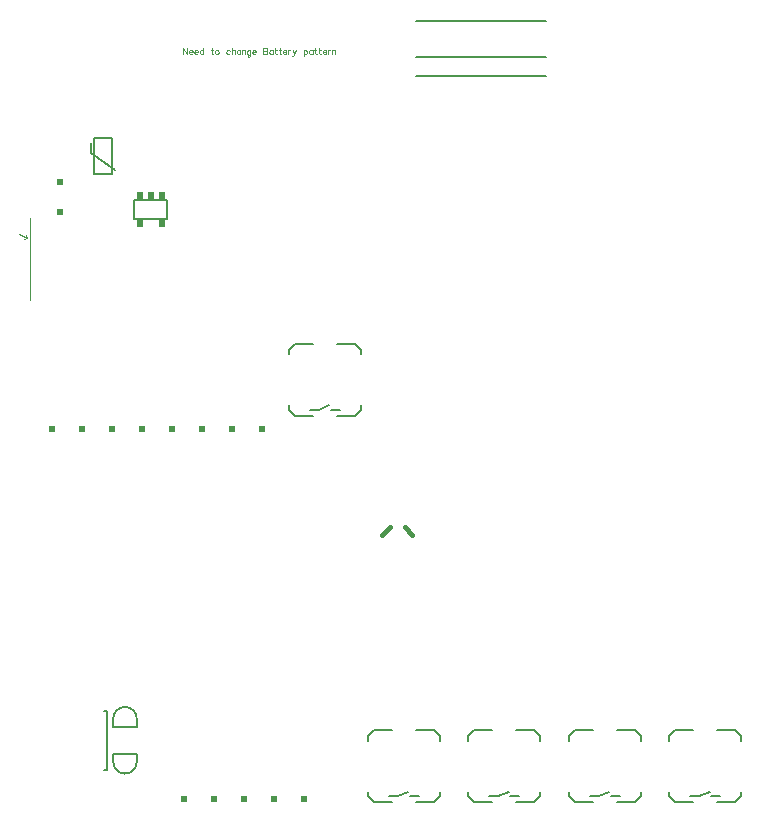
<source format=gbr>
%TF.GenerationSoftware,Novarm,DipTrace,3.2.0.1*%
%TF.CreationDate,2017-11-17T22:28:02-08:00*%
%FSLAX26Y26*%
%MOIN*%
%TF.FileFunction,Drawing,Top*%
%TF.Part,Single*%
%ADD18C,0.006*%
%ADD19C,0.008*%
%ADD26C,0.005*%
%ADD27C,0.00315*%
%ADD29C,0.000013*%
%ADD32C,0.016*%
%ADD97C,0.003088*%
G75*
G01*
%LPD*%
X608223Y2571319D2*
D26*
Y2689418D1*
X667279D1*
Y2571319D1*
X608223D1*
X677751Y2585367D2*
X597751Y2640362D1*
Y2675370D1*
X356106Y2370726D2*
D27*
X383658Y2358903D1*
X379722Y2366770D1*
X383658Y2358903D2*
X375786Y2354992D1*
X395467Y2425841D2*
D29*
Y2150268D1*
G36*
X484000Y2554000D2*
X504020D1*
Y2534020D1*
X484000D1*
Y2554000D1*
G37*
G36*
Y2454000D2*
X504020D1*
Y2434020D1*
X484000D1*
Y2454000D1*
G37*
G36*
X1079000Y1730249D2*
X1059000D1*
Y1710229D1*
X1079000D1*
Y1730249D1*
G37*
G36*
X979000D2*
X959000D1*
Y1710229D1*
X979000D1*
Y1730249D1*
G37*
G36*
X879000D2*
X859000D1*
Y1710229D1*
X879000D1*
Y1730249D1*
G37*
G36*
X779000D2*
X759000D1*
Y1710229D1*
X779000D1*
Y1730249D1*
G37*
G36*
X679000D2*
X659000D1*
Y1710229D1*
X679000D1*
Y1730249D1*
G37*
G36*
X579000D2*
X559000D1*
Y1710229D1*
X579000D1*
Y1730249D1*
G37*
G36*
X479000D2*
X459000D1*
Y1710229D1*
X479000D1*
Y1730249D1*
G37*
G36*
X1179000D2*
X1159000D1*
Y1710229D1*
X1179000D1*
Y1730249D1*
G37*
X1681645Y2896419D2*
D19*
X2114708D1*
Y2959419D2*
X1681645D1*
X2114708Y3081450D2*
X1681645D1*
X1644004Y1394007D2*
D32*
X1668993Y1368983D1*
X1593996Y1394007D2*
X1569007Y1368983D1*
X1336757Y2004488D2*
D19*
X1276756D1*
X1256747Y1984490D1*
X1496752D2*
X1476743Y2004488D1*
X1416742D1*
X1256747Y1784510D2*
X1276756Y1764512D1*
X1336757D1*
X1496752Y1784510D2*
X1476743Y1764512D1*
X1416742D1*
X1496752Y1984490D2*
Y1969508D1*
Y1784510D2*
Y1799492D1*
X1256747Y1784510D2*
Y1799492D1*
Y1984490D2*
Y1969508D1*
X1326753Y1784510D2*
X1356741D1*
X1396758D2*
X1426746D1*
X1356741D2*
X1391743Y1799492D1*
X1599257Y716988D2*
X1539256D1*
X1519247Y696990D1*
X1759252D2*
X1739243Y716988D1*
X1679242D1*
X1519247Y497010D2*
X1539256Y477012D1*
X1599257D1*
X1759252Y497010D2*
X1739243Y477012D1*
X1679242D1*
X1759252Y696990D2*
Y682008D1*
Y497010D2*
Y511992D1*
X1519247Y497010D2*
Y511992D1*
Y696990D2*
Y682008D1*
X1589253Y497010D2*
X1619241D1*
X1659258D2*
X1689246D1*
X1619241D2*
X1654243Y511992D1*
X1934674Y716988D2*
X1874673D1*
X1854664Y696990D1*
X2094669D2*
X2074660Y716988D1*
X2014659D1*
X1854664Y497010D2*
X1874673Y477012D1*
X1934674D1*
X2094669Y497010D2*
X2074660Y477012D1*
X2014659D1*
X2094669Y696990D2*
Y682008D1*
Y497010D2*
Y511992D1*
X1854664Y497010D2*
Y511992D1*
Y696990D2*
Y682008D1*
X1924670Y497010D2*
X1954658D1*
X1994675D2*
X2024663D1*
X1954658D2*
X1989661Y511992D1*
X2270090Y716988D2*
X2210089D1*
X2190080Y696990D1*
X2430085D2*
X2410076Y716988D1*
X2350075D1*
X2190080Y497010D2*
X2210089Y477012D1*
X2270090D1*
X2430085Y497010D2*
X2410076Y477012D1*
X2350075D1*
X2430085Y696990D2*
Y682008D1*
Y497010D2*
Y511992D1*
X2190080Y497010D2*
Y511992D1*
Y696990D2*
Y682008D1*
X2260086Y497010D2*
X2290074D1*
X2330091D2*
X2360079D1*
X2290074D2*
X2325077Y511992D1*
X2605508Y716988D2*
X2545506D1*
X2525498Y696990D1*
X2765502D2*
X2745494Y716988D1*
X2685492D1*
X2525498Y497010D2*
X2545506Y477012D1*
X2605508D1*
X2765502Y497010D2*
X2745494Y477012D1*
X2685492D1*
X2765502Y696990D2*
Y682008D1*
Y497010D2*
Y511992D1*
X2525498Y497010D2*
Y511992D1*
Y696990D2*
Y682008D1*
X2595503Y497010D2*
X2625491D1*
X2665509D2*
X2695497D1*
X2625491D2*
X2660494Y511992D1*
G36*
X824779Y2485659D2*
X844441D1*
Y2511258D1*
X824779D1*
Y2485659D1*
G37*
G36*
X787376D2*
X807050D1*
Y2511258D1*
X787376D1*
Y2485659D1*
G37*
G36*
X749985D2*
X769647D1*
Y2511258D1*
X749985D1*
Y2485659D1*
G37*
G36*
Y2393138D2*
X769647D1*
Y2418737D1*
X749985D1*
Y2393138D1*
G37*
G36*
X824779D2*
X844441D1*
Y2418737D1*
X824779D1*
Y2393138D1*
G37*
X742105Y2483684D2*
D18*
X852345D1*
Y2420697D2*
X742105D1*
Y2483684D1*
X852345Y2420697D2*
Y2483684D1*
X671346Y752392D2*
D26*
G02X750079Y752392I39366J2806D01*
G01*
Y728780D1*
X671346D1*
Y752392D1*
X750079Y614598D2*
G02X671346Y614598I-39366J-2807D01*
G01*
X750079Y638211D2*
Y614598D1*
X671346D2*
Y638211D1*
X750079D2*
X671346D1*
X639846Y779940D2*
X651657D1*
Y583115D1*
X639846D1*
G36*
X896596Y476247D2*
X916596D1*
Y496267D1*
X896596D1*
Y476247D1*
G37*
G36*
X996596D2*
X1016596D1*
Y496267D1*
X996596D1*
Y476247D1*
G37*
G36*
X1096596D2*
X1116596D1*
Y496267D1*
X1096596D1*
Y476247D1*
G37*
G36*
X1196596D2*
X1216596D1*
Y496267D1*
X1196596D1*
Y476247D1*
G37*
G36*
X1296596D2*
X1316596D1*
Y496267D1*
X1296596D1*
Y476247D1*
G37*
X918317Y2990341D2*
D97*
Y2970245D1*
X904919Y2990341D1*
Y2970245D1*
X924492Y2977894D2*
X935966D1*
Y2979818D1*
X935016Y2981741D1*
X934065Y2982692D1*
X932142Y2983643D1*
X929268D1*
X927366Y2982692D1*
X925443Y2980769D1*
X924492Y2977894D1*
Y2975993D1*
X925443Y2973119D1*
X927366Y2971218D1*
X929268Y2970245D1*
X932142D1*
X934065Y2971218D1*
X935966Y2973119D1*
X942142Y2977894D2*
X953616D1*
Y2979818D1*
X952665Y2981741D1*
X951715Y2982692D1*
X949791Y2983643D1*
X946917D1*
X945016Y2982692D1*
X943093Y2980769D1*
X942142Y2977894D1*
Y2975993D1*
X943093Y2973119D1*
X945016Y2971218D1*
X946917Y2970245D1*
X949791D1*
X951715Y2971218D1*
X953616Y2973119D1*
X971266Y2990341D2*
Y2970245D1*
Y2980769D2*
X969364Y2982692D1*
X967441Y2983643D1*
X964567D1*
X962666Y2982692D1*
X960742Y2980769D1*
X959792Y2977894D1*
Y2975993D1*
X960742Y2973119D1*
X962666Y2971218D1*
X964567Y2970245D1*
X967441D1*
X969364Y2971218D1*
X971266Y2973119D1*
X999756Y2990341D2*
Y2974070D1*
X1000706Y2971218D1*
X1002630Y2970245D1*
X1004531D1*
X996882Y2983643D2*
X1003580D1*
X1015482D2*
X1013581Y2982692D1*
X1011657Y2980769D1*
X1010707Y2977894D1*
Y2975993D1*
X1011657Y2973119D1*
X1013581Y2971218D1*
X1015482Y2970245D1*
X1018356D1*
X1020279Y2971218D1*
X1022181Y2973119D1*
X1023153Y2975993D1*
Y2977894D1*
X1022181Y2980769D1*
X1020279Y2982692D1*
X1018356Y2983643D1*
X1015482D1*
X1060265Y2980769D2*
X1058342Y2982692D1*
X1056419Y2983643D1*
X1053567D1*
X1051643Y2982692D1*
X1049742Y2980769D1*
X1048769Y2977894D1*
Y2975993D1*
X1049742Y2973119D1*
X1051643Y2971218D1*
X1053567Y2970245D1*
X1056419D1*
X1058342Y2971218D1*
X1060265Y2973119D1*
X1066441Y2990341D2*
Y2970245D1*
Y2979818D2*
X1069315Y2982692D1*
X1071239Y2983643D1*
X1074113D1*
X1076014Y2982692D1*
X1076965Y2979818D1*
Y2970245D1*
X1094614Y2983643D2*
Y2970245D1*
Y2980769D2*
X1092713Y2982692D1*
X1090790Y2983643D1*
X1087938D1*
X1086014Y2982692D1*
X1084113Y2980769D1*
X1083140Y2977894D1*
Y2975993D1*
X1084113Y2973119D1*
X1086014Y2971218D1*
X1087938Y2970245D1*
X1090790D1*
X1092713Y2971218D1*
X1094614Y2973119D1*
X1100790Y2983643D2*
Y2970245D1*
Y2979818D2*
X1103664Y2982692D1*
X1105587Y2983643D1*
X1108439D1*
X1110363Y2982692D1*
X1111313Y2979818D1*
Y2970245D1*
X1128963Y2982692D2*
Y2967371D1*
X1128012Y2964519D1*
X1127062Y2963547D1*
X1125138Y2962596D1*
X1122264D1*
X1120363Y2963547D1*
X1128963Y2979818D2*
X1127062Y2981719D1*
X1125138Y2982692D1*
X1122264D1*
X1120363Y2981719D1*
X1118440Y2979818D1*
X1117489Y2976944D1*
Y2975020D1*
X1118440Y2972169D1*
X1120363Y2970245D1*
X1122264Y2969295D1*
X1125138D1*
X1127062Y2970245D1*
X1128963Y2972169D1*
X1135139Y2977894D2*
X1146612D1*
Y2979818D1*
X1145662Y2981741D1*
X1144711Y2982692D1*
X1142788Y2983643D1*
X1139914D1*
X1138013Y2982692D1*
X1136089Y2980769D1*
X1135139Y2977894D1*
Y2975993D1*
X1136089Y2973119D1*
X1138013Y2971218D1*
X1139914Y2970245D1*
X1142788D1*
X1144711Y2971218D1*
X1146612Y2973119D1*
X1172229Y2990341D2*
Y2970245D1*
X1180851D1*
X1183725Y2971218D1*
X1184675Y2972169D1*
X1185626Y2974070D1*
Y2976944D1*
X1184675Y2978867D1*
X1183725Y2979818D1*
X1180851Y2980769D1*
X1183725Y2981741D1*
X1184675Y2982692D1*
X1185626Y2984593D1*
Y2986517D1*
X1184675Y2988418D1*
X1183725Y2989391D1*
X1180851Y2990341D1*
X1172229D1*
Y2980769D2*
X1180851D1*
X1203276Y2983643D2*
Y2970245D1*
Y2980769D2*
X1201374Y2982692D1*
X1199451Y2983643D1*
X1196599D1*
X1194676Y2982692D1*
X1192774Y2980769D1*
X1191802Y2977894D1*
Y2975993D1*
X1192774Y2973119D1*
X1194676Y2971218D1*
X1196599Y2970245D1*
X1199451D1*
X1201374Y2971218D1*
X1203276Y2973119D1*
X1212325Y2990341D2*
Y2974070D1*
X1213276Y2971218D1*
X1215199Y2970245D1*
X1217101D1*
X1209451Y2983643D2*
X1216150D1*
X1226150Y2990341D2*
Y2974070D1*
X1227101Y2971218D1*
X1229024Y2970245D1*
X1230926D1*
X1223276Y2983643D2*
X1229975D1*
X1237101Y2977894D2*
X1248575D1*
Y2979818D1*
X1247625Y2981741D1*
X1246674Y2982692D1*
X1244751Y2983643D1*
X1241877D1*
X1239975Y2982692D1*
X1238052Y2980769D1*
X1237101Y2977894D1*
Y2975993D1*
X1238052Y2973119D1*
X1239975Y2971218D1*
X1241877Y2970245D1*
X1244751D1*
X1246674Y2971218D1*
X1248575Y2973119D1*
X1254751Y2983643D2*
Y2970245D1*
Y2977894D2*
X1255724Y2980769D1*
X1257625Y2982692D1*
X1259548Y2983643D1*
X1262422D1*
X1269571D2*
X1275297Y2970245D1*
X1273395Y2966421D1*
X1271472Y2964497D1*
X1269571Y2963547D1*
X1268598D1*
X1281045Y2983643D2*
X1275297Y2970245D1*
X1306661Y2983643D2*
Y2963547D1*
Y2980769D2*
X1308584Y2982670D1*
X1310485Y2983643D1*
X1313359D1*
X1315283Y2982670D1*
X1317184Y2980769D1*
X1318157Y2977894D1*
Y2975971D1*
X1317184Y2973119D1*
X1315283Y2971196D1*
X1313359Y2970245D1*
X1310485D1*
X1308584Y2971196D1*
X1306661Y2973119D1*
X1335807Y2983643D2*
Y2970245D1*
Y2980769D2*
X1333905Y2982692D1*
X1331982Y2983643D1*
X1329130D1*
X1327207Y2982692D1*
X1325305Y2980769D1*
X1324333Y2977894D1*
Y2975993D1*
X1325305Y2973119D1*
X1327207Y2971218D1*
X1329130Y2970245D1*
X1331982D1*
X1333905Y2971218D1*
X1335807Y2973119D1*
X1344856Y2990341D2*
Y2974070D1*
X1345807Y2971218D1*
X1347730Y2970245D1*
X1349632D1*
X1341982Y2983643D2*
X1348681D1*
X1358681Y2990341D2*
Y2974070D1*
X1359632Y2971218D1*
X1361555Y2970245D1*
X1363457D1*
X1355807Y2983643D2*
X1362506D1*
X1369632Y2977894D2*
X1381106D1*
Y2979818D1*
X1380156Y2981741D1*
X1379205Y2982692D1*
X1377282Y2983643D1*
X1374408D1*
X1372506Y2982692D1*
X1370583Y2980769D1*
X1369632Y2977894D1*
Y2975993D1*
X1370583Y2973119D1*
X1372506Y2971218D1*
X1374408Y2970245D1*
X1377282D1*
X1379205Y2971218D1*
X1381106Y2973119D1*
X1387282Y2983643D2*
Y2970245D1*
Y2977894D2*
X1388255Y2980769D1*
X1390156Y2982692D1*
X1392079Y2983643D1*
X1394953D1*
X1401129D2*
Y2970245D1*
Y2979818D2*
X1404003Y2982692D1*
X1405926Y2983643D1*
X1408778D1*
X1410702Y2982692D1*
X1411652Y2979818D1*
Y2970245D1*
M02*

</source>
